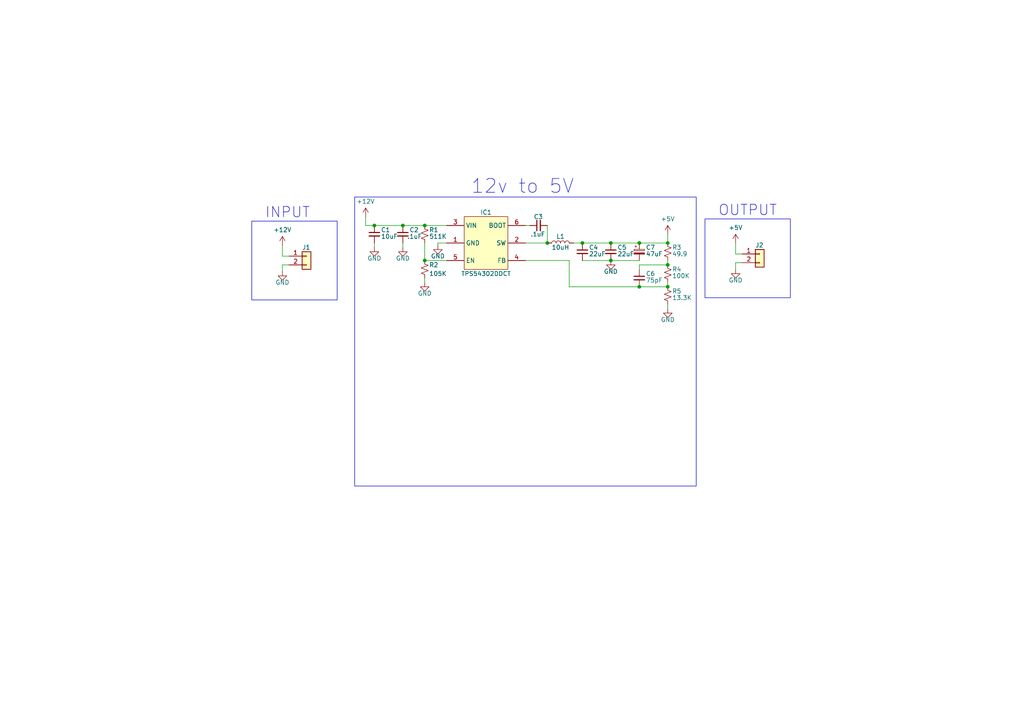
<source format=kicad_sch>
(kicad_sch (version 20230121) (generator eeschema)
  (paper "A4")
  (lib_symbols
    (symbol "Connector_Generic:Conn_01x02" (pin_names (offset 1.016) hide)
      (property "Reference" "J" (at 0 2.54 0))
      (property "Value" "Conn_01x02" (at 0 -5.08 0))
      (symbol "Conn_01x02_1_1"
        (rectangle (start -1.27 -2.413) (end 0 -2.667) (stroke (width 0.1524)))
        (rectangle (start -1.27 0.127) (end 0 -0.127) (stroke (width 0.1524)))
        (rectangle (start -1.27 1.27) (end 1.27 -3.81) (stroke (width 0.254)) (fill (type background)))
        (pin passive line (at -5.08 0 0) (length 3.81) (name "Pin_1") (number "1"))
        (pin passive line (at -5.08 -2.54 0) (length 3.81) (name "Pin_2") (number "2"))
      )
    )
    (symbol "Device:C_Polarized_Small" (pin_numbers hide) (pin_names (offset 0.254) hide)
      (property "Reference" "C" (at 0.254 1.778 0))
      (property "Value" "C_Polarized_Small" (at 0.254 -2.032 0))
      (symbol "C_Polarized_Small_0_1"
        (rectangle (start -1.524 -0.3048) (end 1.524 -0.6858) (fill (type outline)))
        (rectangle (start -1.524 0.6858) (end 1.524 0.3048))
        (polyline (pts (xy -1.27 1.524) (xy -0.762 1.524)))
        (polyline (pts (xy -1.016 1.27) (xy -1.016 1.778)))
      )
      (symbol "C_Polarized_Small_1_1"
        (pin passive line (at 0 2.54 270) (length 1.8542) (name "~") (number "1"))
        (pin passive line (at 0 -2.54 90) (length 1.8542) (name "~") (number "2"))
      )
    )
    (symbol "Device:C_Small" (pin_numbers hide) (pin_names (offset 0.254) hide)
      (property "Reference" "C" (at 0.254 1.778 0))
      (property "Value" "C_Small" (at 0.254 -2.032 0))
      (symbol "C_Small_0_1"
        (polyline (pts (xy -1.524 -0.508) (xy 1.524 -0.508)) (stroke (width 0.3302)))
        (polyline (pts (xy -1.524 0.508) (xy 1.524 0.508)) (stroke (width 0.3048)))
      )
      (symbol "C_Small_1_1"
        (pin passive line (at 0 2.54 270) (length 2.032) (name "~") (number "1"))
        (pin passive line (at 0 -2.54 90) (length 2.032) (name "~") (number "2"))
      )
    )
    (symbol "Device:L" (pin_numbers hide) (pin_names (offset 1.016) hide)
      (property "Reference" "L" (at -1.27 0 90))
      (property "Value" "L" (at 1.905 0 90))
      (symbol "L_0_1"
        (arc (start 0 -2.54) (mid 0.6323 -1.905) (end 0 -1.27))
        (arc (start 0 -1.27) (mid 0.6323 -0.635) (end 0 0))
        (arc (start 0 0) (mid 0.6323 0.635) (end 0 1.27))
        (arc (start 0 1.27) (mid 0.6323 1.905) (end 0 2.54))
      )
      (symbol "L_1_1"
        (pin passive line (at 0 3.81 270) (length 1.27) (name "1") (number "1"))
        (pin passive line (at 0 -3.81 90) (length 1.27) (name "2") (number "2"))
      )
    )
    (symbol "Device:R_Small_US" (pin_numbers hide) (pin_names (offset 0.254) hide)
      (property "Reference" "R" (at 0.762 0.508 0))
      (property "Value" "R_Small_US" (at 0.762 -1.016 0))
      (symbol "R_Small_US_1_1"
        (polyline (pts (xy 0 0) (xy 1.016 -0.381) (xy 0 -0.762) (xy -1.016 -1.143) (xy 0 -1.524)))
        (polyline (pts (xy 0 1.524) (xy 1.016 1.143) (xy 0 0.762) (xy -1.016 0.381) (xy 0 0)))
        (pin passive line (at 0 2.54 270) (length 1.016) (name "~") (number "1"))
        (pin passive line (at 0 -2.54 90) (length 1.016) (name "~") (number "2"))
      )
    )
    (symbol "TPS54302DDCT:TPS54302DDCT"
      (property "Reference" "IC1" (at 11.43 6.985 0))
      (property "Value" "TPS54302DDCT" (at 11.43 4.445 0))
      (symbol "TPS54302DDCT_1_1"
        (rectangle (start 5.08 2.54) (end 17.78 -12.7) (fill (type background)))
        (pin passive line (at 0 -5.08 0) (length 5.08) (name "GND") (number "1"))
        (pin passive line (at 22.86 -5.08 180) (length 5.08) (name "SW") (number "2"))
        (pin passive line (at 0 0 0) (length 5.08) (name "VIN") (number "3"))
        (pin passive line (at 22.86 -10.16 180) (length 5.08) (name "FB") (number "4"))
        (pin passive line (at 0 -10.16 0) (length 5.08) (name "EN") (number "5"))
        (pin passive line (at 22.86 0 180) (length 5.08) (name "BOOT") (number "6"))
      )
    )
    (symbol "power:+12V" (power) (pin_names (offset 0))
      (property "Value" "+12V" (at 0 3.556 0))
      (symbol "+12V_0_1"
        (polyline (pts (xy -0.762 1.27) (xy 0 2.54)))
        (polyline (pts (xy 0 0) (xy 0 2.54)))
        (polyline (pts (xy 0 2.54) (xy 0.762 1.27)))
      )
      (symbol "+12V_1_1"
        (pin power_in line (at 0 0 90) (length 0) hide (name "+12V") (number "1"))
      )
    )
    (symbol "power:+5V" (power) (pin_names (offset 0))
      (property "Value" "+5V" (at 0 3.556 0))
      (symbol "+5V_0_1"
        (polyline (pts (xy -0.762 1.27) (xy 0 2.54)))
        (polyline (pts (xy 0 0) (xy 0 2.54)))
        (polyline (pts (xy 0 2.54) (xy 0.762 1.27)))
      )
      (symbol "+5V_1_1"
        (pin power_in line (at 0 0 90) (length 0) hide (name "+5V") (number "1"))
      )
    )
    (symbol "power:GND" (power) (pin_names (offset 0))
      (property "Value" "GND" (at 0 -3.81 0))
      (symbol "GND_0_1"
        (polyline (pts (xy 0 0) (xy 0 -1.27) (xy 1.27 -1.27) (xy 0 -2.54) (xy -1.27 -1.27) (xy 0 -1.27)))
      )
      (symbol "GND_1_1"
        (pin power_in line (at 0 0 270) (length 0) hide (name "GND") (number "1"))
      )
    )
  )
  (junction (at 177.165 75.565))
  (junction (at 193.675 76.835))
  (junction (at 108.585 65.405))
  (junction (at 185.42 83.185))
  (junction (at 168.91 70.485))
  (junction (at 123.19 65.405))
  (junction (at 193.675 83.185))
  (junction (at 177.165 70.485))
  (junction (at 185.42 70.485))
  (junction (at 193.675 70.485))
  (junction (at 123.19 75.565))
  (junction (at 116.84 65.405))
  (junction (at 158.75 70.485))
  (wire (pts (xy 213.36 70.485) (xy 213.36 73.66)))
  (wire (pts (xy 81.915 76.835) (xy 81.915 78.74)))
  (wire (pts (xy 193.675 88.265) (xy 193.675 89.535)))
  (wire (pts (xy 108.585 65.405) (xy 116.84 65.405)))
  (wire (pts (xy 83.82 76.835) (xy 81.915 76.835)))
  (wire (pts (xy 123.19 75.565) (xy 129.54 75.565)))
  (wire (pts (xy 215.265 73.66) (xy 213.36 73.66)))
  (wire (pts (xy 177.165 75.565) (xy 185.42 75.565)))
  (wire (pts (xy 168.91 70.485) (xy 177.165 70.485)))
  (wire (pts (xy 166.37 70.485) (xy 168.91 70.485)))
  (wire (pts (xy 152.4 70.485) (xy 158.75 70.485)))
  (wire (pts (xy 168.91 75.565) (xy 177.165 75.565)))
  (wire (pts (xy 127 70.485) (xy 129.54 70.485)))
  (wire (pts (xy 116.84 70.485) (xy 116.84 71.755)))
  (wire (pts (xy 158.75 65.405) (xy 158.75 70.485)))
  (wire (pts (xy 123.19 70.485) (xy 123.19 75.565)))
  (wire (pts (xy 193.675 75.565) (xy 193.675 76.835)))
  (wire (pts (xy 123.19 65.405) (xy 129.54 65.405)))
  (wire (pts (xy 193.675 70.485) (xy 193.675 67.945)))
  (wire (pts (xy 215.265 76.2) (xy 213.36 76.2)))
  (wire (pts (xy 116.84 65.405) (xy 123.19 65.405)))
  (wire (pts (xy 123.19 80.645) (xy 123.19 81.915)))
  (wire (pts (xy 185.42 76.835) (xy 185.42 78.105)))
  (wire (pts (xy 152.4 65.405) (xy 153.67 65.405)))
  (wire (pts (xy 83.82 74.295) (xy 81.915 74.295)))
  (wire (pts (xy 106.045 65.405) (xy 106.045 62.865)))
  (wire (pts (xy 177.165 70.485) (xy 185.42 70.485)))
  (wire (pts (xy 127 71.12) (xy 127 70.485)))
  (wire (pts (xy 185.42 70.485) (xy 193.675 70.485)))
  (wire (pts (xy 152.4 75.565) (xy 165.1 75.565)))
  (wire (pts (xy 193.675 76.835) (xy 185.42 76.835)))
  (wire (pts (xy 193.675 81.915) (xy 193.675 83.185)))
  (wire (pts (xy 165.1 83.185) (xy 185.42 83.185)))
  (wire (pts (xy 108.585 70.485) (xy 108.585 71.755)))
  (wire (pts (xy 81.915 71.12) (xy 81.915 74.295)))
  (wire (pts (xy 165.1 75.565) (xy 165.1 83.185)))
  (wire (pts (xy 108.585 65.405) (xy 106.045 65.405)))
  (wire (pts (xy 213.36 76.2) (xy 213.36 78.105)))
  (wire (pts (xy 185.42 83.185) (xy 193.675 83.185)))
  (rectangle (start 73.025 64.135) (end 97.79 86.995))
  (rectangle (start 204.47 63.5) (end 229.235 86.36))
  (rectangle (start 102.87 57.15) (end 201.93 140.97))
  (text "12v to 5V" (at 136.525 56.515 0) (effects (font (size 4 4)) (justify left bottom)))
  (text "INPUT" (at 76.835 63.5 0) (effects (font (size 3 3)) (justify left bottom)))
  (text "OUTPUT" (at 208.28 62.865 0) (effects (font (size 3 3)) (justify left bottom)))
  (symbol (lib_id "power:GND") (at 177.165 75.565 0) (unit 1)
    (property "Reference" "#PWR06" (effects hide))
    (property "Value" "GND" (at 177.165 78.74 0))
  )
  (symbol (lib_id "power:+12V") (at 81.915 71.12 0) (unit 1)
    (property "Reference" "#PWR09" (effects hide))
    (property "Value" "+12V" (at 81.915 66.675 0))
  )
  (symbol (lib_id "Device:C_Small") (at 185.42 80.645 0) (unit 1)
    (property "Reference" "C6" (at 187.325 79.3813 0) (effects (justify left)))
    (property "Value" "75pF" (at 187.325 81.2863 0) (effects (justify left)))
    (property "Footprint" "Capacitor_SMD:C_0805_2012Metric" (effects hide))
    (property "Datasheet" "https://www.digikey.com/en/products/detail/yageo/CC0805JRNPO9BN750/5884054" (effects hide))
  )
  (symbol (lib_id "power:GND") (at 108.585 71.755 0) (unit 1)
    (property "Reference" "#PWR04" (effects hide))
    (property "Value" "GND" (at 108.585 74.93 0))
  )
  (symbol (lib_id "power:GND") (at 213.36 78.105 0) (unit 1)
    (property "Reference" "#PWR012" (effects hide))
    (property "Value" "GND" (at 213.36 81.28 0))
  )
  (symbol (lib_id "Device:C_Small") (at 168.91 73.025 0) (unit 1)
    (property "Reference" "C4" (at 170.815 71.7613 0) (effects (justify left)))
    (property "Value" "22uF" (at 170.815 73.6663 0) (effects (justify left)))
    (property "Footprint" "Capacitor_SMD:C_0805_2012Metric" (effects hide))
    (property "Datasheet" "https://www.digikey.com/en/products/detail/samsung-electro-mechanics/CL21A226KOQNNNE/5961010" (effects hide))
  )
  (symbol (lib_id "Device:R_Small_US") (at 123.19 67.945 0) (unit 1)
    (property "Reference" "R1" (at 124.46 66.675 0) (effects (justify left)))
    (property "Value" "511K " (at 124.46 68.58 0) (effects (justify left)))
    (property "Footprint" "Resistor_SMD:R_0805_2012Metric" (effects hide))
    (property "Datasheet" "https://www.digikey.com/en/products/detail/koa-speer-electronics-inc/RK73H2ARTTD5113F/12548650" (effects hide))
  )
  (symbol (lib_id "Device:R_Small_US") (at 123.19 78.105 0) (unit 1)
    (property "Reference" "R2" (at 124.46 76.835 0) (effects (justify left)))
    (property "Value" "105K" (at 124.46 79.375 0) (effects (justify left)))
    (property "Footprint" "Resistor_SMD:R_0805_2012Metric" (effects hide))
    (property "Datasheet" "105 kOhms ±1% 0.25W, 1/4W Chip Resistor 0805 (2012 Metric) Automotive AEC-Q200, Moisture Resistant Thick Film" (effects hide))
  )
  (symbol (lib_id "power:+12V") (at 106.045 62.865 0) (unit 1)
    (property "Reference" "#PWR01" (effects hide))
    (property "Value" "+12V" (at 106.045 58.42 0))
  )
  (symbol (lib_id "power:GND") (at 81.915 78.74 0) (unit 1)
    (property "Reference" "#PWR010" (effects hide))
    (property "Value" "GND" (at 81.915 81.915 0))
  )
  (symbol (lib_id "power:GND") (at 127 71.12 0) (unit 1)
    (property "Reference" "#PWR05" (effects hide))
    (property "Value" "GND" (at 127 74.295 0))
  )
  (symbol (lib_id "Connector_Generic:Conn_01x02") (at 88.9 74.295 0) (unit 1)
    (property "Reference" "J1" (at 87.63 71.755 0) (effects (justify left)))
    (property "Value" "Conn_01x02" (effects hide))
    (property "Footprint" "footprints:CONN_1984617_PXC" (effects hide))
    (property "Datasheet" "https://www.digikey.com/en/products/detail/phoenix-contact/1984617/950849" (effects hide))
  )
  (symbol (lib_id "Device:C_Small") (at 116.84 67.945 0) (unit 1)
    (property "Reference" "C2" (at 118.745 66.6813 0) (effects (justify left)))
    (property "Value" ".1uF" (at 118.11 68.5863 0) (effects (justify left)))
    (property "Footprint" "Capacitor_SMD:C_0805_2012Metric" (effects hide))
    (property "Datasheet" "https://www.digikey.com/en/products/detail/samsung-electro-mechanics/CL21B104KBCNNNC/3886661" (effects hide))
  )
  (symbol (lib_id "power:+5V") (at 193.675 67.945 0) (unit 1)
    (property "Reference" "#PWR07" (effects hide))
    (property "Value" "+5V" (at 193.675 63.5 0))
  )
  (symbol (lib_id "power:GND") (at 193.675 89.535 0) (unit 1)
    (property "Reference" "#PWR08" (effects hide))
    (property "Value" "GND" (at 193.675 92.71 0))
  )
  (symbol (lib_id "Device:C_Small") (at 177.165 73.025 0) (unit 1)
    (property "Reference" "C5" (at 179.07 71.7613 0) (effects (justify left)))
    (property "Value" "22uF" (at 179.07 73.6663 0) (effects (justify left)))
    (property "Footprint" "Capacitor_SMD:C_0805_2012Metric" (effects hide))
    (property "Datasheet" "https://www.digikey.com/en/products/detail/samsung-electro-mechanics/CL21A226KOQNNNE/5961010" (effects hide))
  )
  (symbol (lib_id "power:GND") (at 123.19 81.915 0) (unit 1)
    (property "Reference" "#PWR02" (effects hide))
    (property "Value" "GND" (at 123.19 85.09 0))
  )
  (symbol (lib_id "Device:C_Small") (at 108.585 67.945 0) (unit 1)
    (property "Reference" "C1" (at 110.49 66.6813 0) (effects (justify left)))
    (property "Value" "10uF" (at 110.49 68.5863 0) (effects (justify left)))
    (property "Footprint" "Capacitor_SMD:C_0805_2012Metric" (effects hide))
    (property "Datasheet" "https://www.digikey.com/en/products/detail/samsung-electro-mechanics/CL21A106KOQNNNE/3886754" (effects hide))
  )
  (symbol (lib_id "power:GND") (at 116.84 71.755 0) (unit 1)
    (property "Reference" "#PWR03" (effects hide))
    (property "Value" "GND" (at 116.84 74.93 0))
  )
  (symbol (lib_id "power:+5V") (at 213.36 70.485 0) (unit 1)
    (property "Reference" "#PWR011" (effects hide))
    (property "Value" "+5V" (at 213.36 66.04 0))
  )
  (symbol (lib_id "Device:R_Small_US") (at 193.675 73.025 0) (unit 1)
    (property "Reference" "R3" (at 194.945 71.755 0) (effects (justify left)))
    (property "Value" "49.9" (at 194.945 73.66 0) (effects (justify left)))
    (property "Footprint" "Resistor_SMD:R_0805_2012Metric" (effects hide))
    (property "Datasheet" "https://www.digikey.com/en/products/detail/vishay-dale/CRCW080549R9FKEAHP/2222324" (effects hide))
  )
  (symbol (lib_id "Device:R_Small_US") (at 193.675 79.375 0) (unit 1)
    (property "Reference" "R4" (at 194.945 78.105 0) (effects (justify left)))
    (property "Value" "100K" (at 194.945 80.01 0) (effects (justify left)))
    (property "Footprint" "Resistor_SMD:R_0805_2012Metric" (effects hide))
    (property "Datasheet" "https://www.digikey.com/en/products/detail/koa-speer-electronics-inc/SG73P2ATTD1003F/10188411" (effects hide))
  )
  (symbol (lib_id "TPS54302DDCT:TPS54302DDCT") (at 129.54 65.405 0) (unit 1)
    (property "Reference" "IC1" (at 140.97 61.595 0))
    (property "Value" "TPS54302DDCT" (at 140.97 79.375 0))
    (property "Footprint" "SOT95P280X110-6N" (effects hide))
    (property "Datasheet" "https://componentsearchengine.com/Datasheets/2/TPS54302DDCT.pdf" (effects hide))
    (property "Height" "1.1" (effects hide))
    (property "Manufacturer_Name" "Texas Instruments" (effects hide))
    (property "Manufacturer_Part_Number" "TPS54302DDCT" (effects hide))
    (property "Mouser Part Number" "595-TPS54302DDCT" (effects hide))
    (property "Mouser Price/Stock" "https://www.mouser.co.uk/ProductDetail/Texas-Instruments/TPS54302DDCT?qs=zEmsApcVOkXGTx6CMk2KtQ%3D%3D" (effects hide))
    (property "Arrow Part Number" "TPS54302DDCT" (effects hide))
    (property "Arrow Price/Stock" "https://www.arrow.com/en/products/tps54302ddct/texas-instruments?region=nac" (effects hide))
  )
  (symbol (lib_id "Device:R_Small_US") (at 193.675 85.725 0) (unit 1)
    (property "Reference" "R5" (at 194.945 84.455 0) (effects (justify left)))
    (property "Value" "13.3K" (at 194.945 86.36 0) (effects (justify left)))
    (property "Footprint" "Resistor_SMD:R_0805_2012Metric" (effects hide))
    (property "Datasheet" "https://www.digikey.com/en/products/detail/vishay-dale/CRCW080513K3FKEAHP/2227086" (effects hide))
  )
  (symbol (lib_id "Device:L") (at 162.56 70.485 90) (unit 1)
    (property "Reference" "L1" (at 162.56 68.58 90))
    (property "Value" "10uH" (at 162.56 71.755 90))
    (property "Footprint" "Inductor_SMD:L_Abracon_ASPI-0630LR" (effects hide))
    (property "Datasheet" "https://www.digikey.com/en/products/detail/abracon-llc/ASPI-0630LR-100M-T15/3059602" (effects hide))
  )
  (symbol (lib_id "Connector_Generic:Conn_01x02") (at 220.345 73.66 0) (unit 1)
    (property "Reference" "J2" (at 219.075 71.12 0) (effects (justify left)))
    (property "Value" "Conn_01x02" (effects hide))
    (property "Footprint" "footprints:CONN_1984617_PXC" (effects hide))
    (property "Datasheet" "https://www.digikey.com/en/products/detail/phoenix-contact/1984617/950849" (effects hide))
  )
  (symbol (lib_id "Device:C_Small") (at 156.21 65.405 90) (unit 1)
    (property "Reference" "C3" (at 157.4863 62.865 90) (effects (justify left)))
    (property "Value" ".1uF" (at 158.1213 67.945 90) (effects (justify left)))
    (property "Footprint" "Capacitor_SMD:C_0805_2012Metric" (effects hide))
    (property "Datasheet" "https://www.digikey.com/en/products/detail/samsung-electro-mechanics/CL21B104KBCNNNC/3886661" (effects hide))
  )
  (symbol (lib_id "Device:C_Polarized_Small") (at 185.42 73.025 0) (unit 1)
    (property "Reference" "C7" (at 187.325 71.7613 0) (effects (justify left)))
    (property "Value" "47uF" (at 187.325 73.6663 0) (effects (justify left)))
    (property "Footprint" "Capacitor_THT:C_Radial_D6.3mm_H11.0mm_P2.50mm" (effects hide))
    (property "Datasheet" "https://www.digikey.com/en/products/detail/rubycon/50YXF47MEFC6-3X11/3563091" (effects hide))
  )
)
</source>
